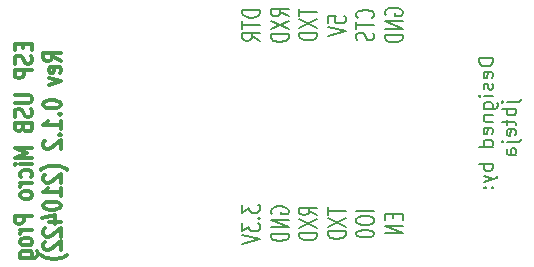
<source format=gbo>
%TF.GenerationSoftware,KiCad,Pcbnew,(6.0.0)*%
%TF.CreationDate,2022-05-09T00:40:02+05:30*%
%TF.ProjectId,usb-micro-programmer,7573622d-6d69-4637-926f-2d70726f6772,rev?*%
%TF.SameCoordinates,Original*%
%TF.FileFunction,Legend,Bot*%
%TF.FilePolarity,Positive*%
%FSLAX46Y46*%
G04 Gerber Fmt 4.6, Leading zero omitted, Abs format (unit mm)*
G04 Created by KiCad (PCBNEW (6.0.0)) date 2022-05-09 00:40:02*
%MOMM*%
%LPD*%
G01*
G04 APERTURE LIST*
%ADD10C,0.200000*%
%ADD11C,0.300000*%
G04 APERTURE END LIST*
D10*
X137110857Y-99107142D02*
X135910857Y-99107142D01*
X135910857Y-99392857D01*
X135968000Y-99564285D01*
X136082285Y-99678571D01*
X136196571Y-99735714D01*
X136425142Y-99792857D01*
X136596571Y-99792857D01*
X136825142Y-99735714D01*
X136939428Y-99678571D01*
X137053714Y-99564285D01*
X137110857Y-99392857D01*
X137110857Y-99107142D01*
X137053714Y-100764285D02*
X137110857Y-100650000D01*
X137110857Y-100421428D01*
X137053714Y-100307142D01*
X136939428Y-100250000D01*
X136482285Y-100250000D01*
X136368000Y-100307142D01*
X136310857Y-100421428D01*
X136310857Y-100650000D01*
X136368000Y-100764285D01*
X136482285Y-100821428D01*
X136596571Y-100821428D01*
X136710857Y-100250000D01*
X137053714Y-101278571D02*
X137110857Y-101392857D01*
X137110857Y-101621428D01*
X137053714Y-101735714D01*
X136939428Y-101792857D01*
X136882285Y-101792857D01*
X136768000Y-101735714D01*
X136710857Y-101621428D01*
X136710857Y-101450000D01*
X136653714Y-101335714D01*
X136539428Y-101278571D01*
X136482285Y-101278571D01*
X136368000Y-101335714D01*
X136310857Y-101450000D01*
X136310857Y-101621428D01*
X136368000Y-101735714D01*
X137110857Y-102307142D02*
X136310857Y-102307142D01*
X135910857Y-102307142D02*
X135968000Y-102250000D01*
X136025142Y-102307142D01*
X135968000Y-102364285D01*
X135910857Y-102307142D01*
X136025142Y-102307142D01*
X136310857Y-103392857D02*
X137282285Y-103392857D01*
X137396571Y-103335714D01*
X137453714Y-103278571D01*
X137510857Y-103164285D01*
X137510857Y-102992857D01*
X137453714Y-102878571D01*
X137053714Y-103392857D02*
X137110857Y-103278571D01*
X137110857Y-103050000D01*
X137053714Y-102935714D01*
X136996571Y-102878571D01*
X136882285Y-102821428D01*
X136539428Y-102821428D01*
X136425142Y-102878571D01*
X136368000Y-102935714D01*
X136310857Y-103050000D01*
X136310857Y-103278571D01*
X136368000Y-103392857D01*
X136310857Y-103964285D02*
X137110857Y-103964285D01*
X136425142Y-103964285D02*
X136368000Y-104021428D01*
X136310857Y-104135714D01*
X136310857Y-104307142D01*
X136368000Y-104421428D01*
X136482285Y-104478571D01*
X137110857Y-104478571D01*
X137053714Y-105507142D02*
X137110857Y-105392857D01*
X137110857Y-105164285D01*
X137053714Y-105050000D01*
X136939428Y-104992857D01*
X136482285Y-104992857D01*
X136368000Y-105050000D01*
X136310857Y-105164285D01*
X136310857Y-105392857D01*
X136368000Y-105507142D01*
X136482285Y-105564285D01*
X136596571Y-105564285D01*
X136710857Y-104992857D01*
X137110857Y-106592857D02*
X135910857Y-106592857D01*
X137053714Y-106592857D02*
X137110857Y-106478571D01*
X137110857Y-106250000D01*
X137053714Y-106135714D01*
X136996571Y-106078571D01*
X136882285Y-106021428D01*
X136539428Y-106021428D01*
X136425142Y-106078571D01*
X136368000Y-106135714D01*
X136310857Y-106250000D01*
X136310857Y-106478571D01*
X136368000Y-106592857D01*
X137110857Y-108078571D02*
X135910857Y-108078571D01*
X136368000Y-108078571D02*
X136310857Y-108192857D01*
X136310857Y-108421428D01*
X136368000Y-108535714D01*
X136425142Y-108592857D01*
X136539428Y-108650000D01*
X136882285Y-108650000D01*
X136996571Y-108592857D01*
X137053714Y-108535714D01*
X137110857Y-108421428D01*
X137110857Y-108192857D01*
X137053714Y-108078571D01*
X136310857Y-109050000D02*
X137110857Y-109335714D01*
X136310857Y-109621428D02*
X137110857Y-109335714D01*
X137396571Y-109221428D01*
X137453714Y-109164285D01*
X137510857Y-109050000D01*
X136996571Y-110078571D02*
X137053714Y-110135714D01*
X137110857Y-110078571D01*
X137053714Y-110021428D01*
X136996571Y-110078571D01*
X137110857Y-110078571D01*
X136368000Y-110078571D02*
X136425142Y-110135714D01*
X136482285Y-110078571D01*
X136425142Y-110021428D01*
X136368000Y-110078571D01*
X136482285Y-110078571D01*
X138242857Y-102821428D02*
X139271428Y-102821428D01*
X139385714Y-102764285D01*
X139442857Y-102650000D01*
X139442857Y-102592857D01*
X137842857Y-102821428D02*
X137900000Y-102764285D01*
X137957142Y-102821428D01*
X137900000Y-102878571D01*
X137842857Y-102821428D01*
X137957142Y-102821428D01*
X139042857Y-103392857D02*
X137842857Y-103392857D01*
X138300000Y-103392857D02*
X138242857Y-103507142D01*
X138242857Y-103735714D01*
X138300000Y-103850000D01*
X138357142Y-103907142D01*
X138471428Y-103964285D01*
X138814285Y-103964285D01*
X138928571Y-103907142D01*
X138985714Y-103850000D01*
X139042857Y-103735714D01*
X139042857Y-103507142D01*
X138985714Y-103392857D01*
X138242857Y-104307142D02*
X138242857Y-104764285D01*
X137842857Y-104478571D02*
X138871428Y-104478571D01*
X138985714Y-104535714D01*
X139042857Y-104650000D01*
X139042857Y-104764285D01*
X138985714Y-105621428D02*
X139042857Y-105507142D01*
X139042857Y-105278571D01*
X138985714Y-105164285D01*
X138871428Y-105107142D01*
X138414285Y-105107142D01*
X138300000Y-105164285D01*
X138242857Y-105278571D01*
X138242857Y-105507142D01*
X138300000Y-105621428D01*
X138414285Y-105678571D01*
X138528571Y-105678571D01*
X138642857Y-105107142D01*
X138242857Y-106192857D02*
X139271428Y-106192857D01*
X139385714Y-106135714D01*
X139442857Y-106021428D01*
X139442857Y-105964285D01*
X137842857Y-106192857D02*
X137900000Y-106135714D01*
X137957142Y-106192857D01*
X137900000Y-106250000D01*
X137842857Y-106192857D01*
X137957142Y-106192857D01*
X139042857Y-107278571D02*
X138414285Y-107278571D01*
X138300000Y-107221428D01*
X138242857Y-107107142D01*
X138242857Y-106878571D01*
X138300000Y-106764285D01*
X138985714Y-107278571D02*
X139042857Y-107164285D01*
X139042857Y-106878571D01*
X138985714Y-106764285D01*
X138871428Y-106707142D01*
X138757142Y-106707142D01*
X138642857Y-106764285D01*
X138585714Y-106878571D01*
X138585714Y-107164285D01*
X138528571Y-107278571D01*
X115873871Y-111507790D02*
X115873871Y-112188742D01*
X116445300Y-111822076D01*
X116445300Y-111979219D01*
X116516728Y-112083980D01*
X116588157Y-112136361D01*
X116731014Y-112188742D01*
X117088157Y-112188742D01*
X117231014Y-112136361D01*
X117302442Y-112083980D01*
X117373871Y-111979219D01*
X117373871Y-111664933D01*
X117302442Y-111560171D01*
X117231014Y-111507790D01*
X117231014Y-112660171D02*
X117302442Y-112712552D01*
X117373871Y-112660171D01*
X117302442Y-112607790D01*
X117231014Y-112660171D01*
X117373871Y-112660171D01*
X115873871Y-113079219D02*
X115873871Y-113760171D01*
X116445300Y-113393504D01*
X116445300Y-113550647D01*
X116516728Y-113655409D01*
X116588157Y-113707790D01*
X116731014Y-113760171D01*
X117088157Y-113760171D01*
X117231014Y-113707790D01*
X117302442Y-113655409D01*
X117373871Y-113550647D01*
X117373871Y-113236361D01*
X117302442Y-113131600D01*
X117231014Y-113079219D01*
X115873871Y-114074457D02*
X117373871Y-114441123D01*
X115873871Y-114807790D01*
X118360300Y-112293504D02*
X118288871Y-112188742D01*
X118288871Y-112031600D01*
X118360300Y-111874457D01*
X118503157Y-111769695D01*
X118646014Y-111717314D01*
X118931728Y-111664933D01*
X119146014Y-111664933D01*
X119431728Y-111717314D01*
X119574585Y-111769695D01*
X119717442Y-111874457D01*
X119788871Y-112031600D01*
X119788871Y-112136361D01*
X119717442Y-112293504D01*
X119646014Y-112345885D01*
X119146014Y-112345885D01*
X119146014Y-112136361D01*
X119788871Y-112817314D02*
X118288871Y-112817314D01*
X119788871Y-113445885D01*
X118288871Y-113445885D01*
X119788871Y-113969695D02*
X118288871Y-113969695D01*
X118288871Y-114231600D01*
X118360300Y-114388742D01*
X118503157Y-114493504D01*
X118646014Y-114545885D01*
X118931728Y-114598266D01*
X119146014Y-114598266D01*
X119431728Y-114545885D01*
X119574585Y-114493504D01*
X119717442Y-114388742D01*
X119788871Y-114231600D01*
X119788871Y-113969695D01*
X122203871Y-112398266D02*
X121489585Y-112031600D01*
X122203871Y-111769695D02*
X120703871Y-111769695D01*
X120703871Y-112188742D01*
X120775300Y-112293504D01*
X120846728Y-112345885D01*
X120989585Y-112398266D01*
X121203871Y-112398266D01*
X121346728Y-112345885D01*
X121418157Y-112293504D01*
X121489585Y-112188742D01*
X121489585Y-111769695D01*
X120703871Y-112764933D02*
X122203871Y-113498266D01*
X120703871Y-113498266D02*
X122203871Y-112764933D01*
X122203871Y-113917314D02*
X120703871Y-113917314D01*
X120703871Y-114179219D01*
X120775300Y-114336361D01*
X120918157Y-114441123D01*
X121061014Y-114493504D01*
X121346728Y-114545885D01*
X121561014Y-114545885D01*
X121846728Y-114493504D01*
X121989585Y-114441123D01*
X122132442Y-114336361D01*
X122203871Y-114179219D01*
X122203871Y-113917314D01*
X123118871Y-111743504D02*
X123118871Y-112372076D01*
X124618871Y-112057790D02*
X123118871Y-112057790D01*
X123118871Y-112633980D02*
X124618871Y-113367314D01*
X123118871Y-113367314D02*
X124618871Y-112633980D01*
X124618871Y-113786361D02*
X123118871Y-113786361D01*
X123118871Y-114048266D01*
X123190300Y-114205409D01*
X123333157Y-114310171D01*
X123476014Y-114362552D01*
X123761728Y-114414933D01*
X123976014Y-114414933D01*
X124261728Y-114362552D01*
X124404585Y-114310171D01*
X124547442Y-114205409D01*
X124618871Y-114048266D01*
X124618871Y-113786361D01*
X127033871Y-112031600D02*
X125533871Y-112031600D01*
X125533871Y-112764933D02*
X125533871Y-112974457D01*
X125605300Y-113079219D01*
X125748157Y-113183980D01*
X126033871Y-113236361D01*
X126533871Y-113236361D01*
X126819585Y-113183980D01*
X126962442Y-113079219D01*
X127033871Y-112974457D01*
X127033871Y-112764933D01*
X126962442Y-112660171D01*
X126819585Y-112555409D01*
X126533871Y-112503028D01*
X126033871Y-112503028D01*
X125748157Y-112555409D01*
X125605300Y-112660171D01*
X125533871Y-112764933D01*
X125533871Y-113917314D02*
X125533871Y-114022076D01*
X125605300Y-114126838D01*
X125676728Y-114179219D01*
X125819585Y-114231600D01*
X126105300Y-114283980D01*
X126462442Y-114283980D01*
X126748157Y-114231600D01*
X126891014Y-114179219D01*
X126962442Y-114126838D01*
X127033871Y-114022076D01*
X127033871Y-113917314D01*
X126962442Y-113812552D01*
X126891014Y-113760171D01*
X126748157Y-113707790D01*
X126462442Y-113655409D01*
X126105300Y-113655409D01*
X125819585Y-113707790D01*
X125676728Y-113760171D01*
X125605300Y-113812552D01*
X125533871Y-113917314D01*
X128663157Y-112319695D02*
X128663157Y-112686361D01*
X129448871Y-112843504D02*
X129448871Y-112319695D01*
X127948871Y-112319695D01*
X127948871Y-112843504D01*
X129448871Y-113314933D02*
X127948871Y-113314933D01*
X129448871Y-113943504D01*
X127948871Y-113943504D01*
X117373871Y-95059657D02*
X115873871Y-95059657D01*
X115873871Y-95321561D01*
X115945300Y-95478704D01*
X116088157Y-95583466D01*
X116231014Y-95635847D01*
X116516728Y-95688228D01*
X116731014Y-95688228D01*
X117016728Y-95635847D01*
X117159585Y-95583466D01*
X117302442Y-95478704D01*
X117373871Y-95321561D01*
X117373871Y-95059657D01*
X115873871Y-96002514D02*
X115873871Y-96631085D01*
X117373871Y-96316800D02*
X115873871Y-96316800D01*
X117373871Y-97626323D02*
X116659585Y-97259657D01*
X117373871Y-96997752D02*
X115873871Y-96997752D01*
X115873871Y-97416800D01*
X115945300Y-97521561D01*
X116016728Y-97573942D01*
X116159585Y-97626323D01*
X116373871Y-97626323D01*
X116516728Y-97573942D01*
X116588157Y-97521561D01*
X116659585Y-97416800D01*
X116659585Y-96997752D01*
X119788871Y-95583466D02*
X119074585Y-95216800D01*
X119788871Y-94954895D02*
X118288871Y-94954895D01*
X118288871Y-95373942D01*
X118360300Y-95478704D01*
X118431728Y-95531085D01*
X118574585Y-95583466D01*
X118788871Y-95583466D01*
X118931728Y-95531085D01*
X119003157Y-95478704D01*
X119074585Y-95373942D01*
X119074585Y-94954895D01*
X118288871Y-95950133D02*
X119788871Y-96683466D01*
X118288871Y-96683466D02*
X119788871Y-95950133D01*
X119788871Y-97102514D02*
X118288871Y-97102514D01*
X118288871Y-97364419D01*
X118360300Y-97521561D01*
X118503157Y-97626323D01*
X118646014Y-97678704D01*
X118931728Y-97731085D01*
X119146014Y-97731085D01*
X119431728Y-97678704D01*
X119574585Y-97626323D01*
X119717442Y-97521561D01*
X119788871Y-97364419D01*
X119788871Y-97102514D01*
X120703871Y-94928704D02*
X120703871Y-95557276D01*
X122203871Y-95242990D02*
X120703871Y-95242990D01*
X120703871Y-95819180D02*
X122203871Y-96552514D01*
X120703871Y-96552514D02*
X122203871Y-95819180D01*
X122203871Y-96971561D02*
X120703871Y-96971561D01*
X120703871Y-97233466D01*
X120775300Y-97390609D01*
X120918157Y-97495371D01*
X121061014Y-97547752D01*
X121346728Y-97600133D01*
X121561014Y-97600133D01*
X121846728Y-97547752D01*
X121989585Y-97495371D01*
X122132442Y-97390609D01*
X122203871Y-97233466D01*
X122203871Y-96971561D01*
X123118871Y-96107276D02*
X123118871Y-95583466D01*
X123833157Y-95531085D01*
X123761728Y-95583466D01*
X123690300Y-95688228D01*
X123690300Y-95950133D01*
X123761728Y-96054895D01*
X123833157Y-96107276D01*
X123976014Y-96159657D01*
X124333157Y-96159657D01*
X124476014Y-96107276D01*
X124547442Y-96054895D01*
X124618871Y-95950133D01*
X124618871Y-95688228D01*
X124547442Y-95583466D01*
X124476014Y-95531085D01*
X123118871Y-96473942D02*
X124618871Y-96840609D01*
X123118871Y-97207276D01*
X126891014Y-95714419D02*
X126962442Y-95662038D01*
X127033871Y-95504895D01*
X127033871Y-95400133D01*
X126962442Y-95242990D01*
X126819585Y-95138228D01*
X126676728Y-95085847D01*
X126391014Y-95033466D01*
X126176728Y-95033466D01*
X125891014Y-95085847D01*
X125748157Y-95138228D01*
X125605300Y-95242990D01*
X125533871Y-95400133D01*
X125533871Y-95504895D01*
X125605300Y-95662038D01*
X125676728Y-95714419D01*
X125533871Y-96028704D02*
X125533871Y-96657276D01*
X127033871Y-96342990D02*
X125533871Y-96342990D01*
X126962442Y-96971561D02*
X127033871Y-97128704D01*
X127033871Y-97390609D01*
X126962442Y-97495371D01*
X126891014Y-97547752D01*
X126748157Y-97600133D01*
X126605300Y-97600133D01*
X126462442Y-97547752D01*
X126391014Y-97495371D01*
X126319585Y-97390609D01*
X126248157Y-97181085D01*
X126176728Y-97076323D01*
X126105300Y-97023942D01*
X125962442Y-96971561D01*
X125819585Y-96971561D01*
X125676728Y-97023942D01*
X125605300Y-97076323D01*
X125533871Y-97181085D01*
X125533871Y-97442990D01*
X125605300Y-97600133D01*
X128020300Y-95478704D02*
X127948871Y-95373942D01*
X127948871Y-95216800D01*
X128020300Y-95059657D01*
X128163157Y-94954895D01*
X128306014Y-94902514D01*
X128591728Y-94850133D01*
X128806014Y-94850133D01*
X129091728Y-94902514D01*
X129234585Y-94954895D01*
X129377442Y-95059657D01*
X129448871Y-95216800D01*
X129448871Y-95321561D01*
X129377442Y-95478704D01*
X129306014Y-95531085D01*
X128806014Y-95531085D01*
X128806014Y-95321561D01*
X129448871Y-96002514D02*
X127948871Y-96002514D01*
X129448871Y-96631085D01*
X127948871Y-96631085D01*
X129448871Y-97154895D02*
X127948871Y-97154895D01*
X127948871Y-97416800D01*
X128020300Y-97573942D01*
X128163157Y-97678704D01*
X128306014Y-97731085D01*
X128591728Y-97783466D01*
X128806014Y-97783466D01*
X129091728Y-97731085D01*
X129234585Y-97678704D01*
X129377442Y-97573942D01*
X129448871Y-97416800D01*
X129448871Y-97154895D01*
D11*
X97299857Y-97876914D02*
X97299857Y-98276914D01*
X98085571Y-98448342D02*
X98085571Y-97876914D01*
X96585571Y-97876914D01*
X96585571Y-98448342D01*
X98014142Y-98905485D02*
X98085571Y-99076914D01*
X98085571Y-99362628D01*
X98014142Y-99476914D01*
X97942714Y-99534057D01*
X97799857Y-99591200D01*
X97657000Y-99591200D01*
X97514142Y-99534057D01*
X97442714Y-99476914D01*
X97371285Y-99362628D01*
X97299857Y-99134057D01*
X97228428Y-99019771D01*
X97157000Y-98962628D01*
X97014142Y-98905485D01*
X96871285Y-98905485D01*
X96728428Y-98962628D01*
X96657000Y-99019771D01*
X96585571Y-99134057D01*
X96585571Y-99419771D01*
X96657000Y-99591200D01*
X98085571Y-100105485D02*
X96585571Y-100105485D01*
X96585571Y-100562628D01*
X96657000Y-100676914D01*
X96728428Y-100734057D01*
X96871285Y-100791200D01*
X97085571Y-100791200D01*
X97228428Y-100734057D01*
X97299857Y-100676914D01*
X97371285Y-100562628D01*
X97371285Y-100105485D01*
X96585571Y-102219771D02*
X97799857Y-102219771D01*
X97942714Y-102276914D01*
X98014142Y-102334057D01*
X98085571Y-102448342D01*
X98085571Y-102676914D01*
X98014142Y-102791200D01*
X97942714Y-102848342D01*
X97799857Y-102905485D01*
X96585571Y-102905485D01*
X98014142Y-103419771D02*
X98085571Y-103591200D01*
X98085571Y-103876914D01*
X98014142Y-103991200D01*
X97942714Y-104048342D01*
X97799857Y-104105485D01*
X97657000Y-104105485D01*
X97514142Y-104048342D01*
X97442714Y-103991200D01*
X97371285Y-103876914D01*
X97299857Y-103648342D01*
X97228428Y-103534057D01*
X97157000Y-103476914D01*
X97014142Y-103419771D01*
X96871285Y-103419771D01*
X96728428Y-103476914D01*
X96657000Y-103534057D01*
X96585571Y-103648342D01*
X96585571Y-103934057D01*
X96657000Y-104105485D01*
X97299857Y-105019771D02*
X97371285Y-105191200D01*
X97442714Y-105248342D01*
X97585571Y-105305485D01*
X97799857Y-105305485D01*
X97942714Y-105248342D01*
X98014142Y-105191200D01*
X98085571Y-105076914D01*
X98085571Y-104619771D01*
X96585571Y-104619771D01*
X96585571Y-105019771D01*
X96657000Y-105134057D01*
X96728428Y-105191200D01*
X96871285Y-105248342D01*
X97014142Y-105248342D01*
X97157000Y-105191200D01*
X97228428Y-105134057D01*
X97299857Y-105019771D01*
X97299857Y-104619771D01*
X98085571Y-106734057D02*
X96585571Y-106734057D01*
X97657000Y-107134057D01*
X96585571Y-107534057D01*
X98085571Y-107534057D01*
X98085571Y-108105485D02*
X97085571Y-108105485D01*
X96585571Y-108105485D02*
X96657000Y-108048342D01*
X96728428Y-108105485D01*
X96657000Y-108162628D01*
X96585571Y-108105485D01*
X96728428Y-108105485D01*
X98014142Y-109191200D02*
X98085571Y-109076914D01*
X98085571Y-108848342D01*
X98014142Y-108734057D01*
X97942714Y-108676914D01*
X97799857Y-108619771D01*
X97371285Y-108619771D01*
X97228428Y-108676914D01*
X97157000Y-108734057D01*
X97085571Y-108848342D01*
X97085571Y-109076914D01*
X97157000Y-109191200D01*
X98085571Y-109705485D02*
X97085571Y-109705485D01*
X97371285Y-109705485D02*
X97228428Y-109762628D01*
X97157000Y-109819771D01*
X97085571Y-109934057D01*
X97085571Y-110048342D01*
X98085571Y-110619771D02*
X98014142Y-110505485D01*
X97942714Y-110448342D01*
X97799857Y-110391200D01*
X97371285Y-110391200D01*
X97228428Y-110448342D01*
X97157000Y-110505485D01*
X97085571Y-110619771D01*
X97085571Y-110791200D01*
X97157000Y-110905485D01*
X97228428Y-110962628D01*
X97371285Y-111019771D01*
X97799857Y-111019771D01*
X97942714Y-110962628D01*
X98014142Y-110905485D01*
X98085571Y-110791200D01*
X98085571Y-110619771D01*
X98085571Y-112448342D02*
X96585571Y-112448342D01*
X96585571Y-112905485D01*
X96657000Y-113019771D01*
X96728428Y-113076914D01*
X96871285Y-113134057D01*
X97085571Y-113134057D01*
X97228428Y-113076914D01*
X97299857Y-113019771D01*
X97371285Y-112905485D01*
X97371285Y-112448342D01*
X98085571Y-113648342D02*
X97085571Y-113648342D01*
X97371285Y-113648342D02*
X97228428Y-113705485D01*
X97157000Y-113762628D01*
X97085571Y-113876914D01*
X97085571Y-113991200D01*
X98085571Y-114562628D02*
X98014142Y-114448342D01*
X97942714Y-114391200D01*
X97799857Y-114334057D01*
X97371285Y-114334057D01*
X97228428Y-114391200D01*
X97157000Y-114448342D01*
X97085571Y-114562628D01*
X97085571Y-114734057D01*
X97157000Y-114848342D01*
X97228428Y-114905485D01*
X97371285Y-114962628D01*
X97799857Y-114962628D01*
X97942714Y-114905485D01*
X98014142Y-114848342D01*
X98085571Y-114734057D01*
X98085571Y-114562628D01*
X97085571Y-115991200D02*
X98299857Y-115991200D01*
X98442714Y-115934057D01*
X98514142Y-115876914D01*
X98585571Y-115762628D01*
X98585571Y-115591200D01*
X98514142Y-115476914D01*
X98014142Y-115991200D02*
X98085571Y-115876914D01*
X98085571Y-115648342D01*
X98014142Y-115534057D01*
X97942714Y-115476914D01*
X97799857Y-115419771D01*
X97371285Y-115419771D01*
X97228428Y-115476914D01*
X97157000Y-115534057D01*
X97085571Y-115648342D01*
X97085571Y-115876914D01*
X97157000Y-115991200D01*
X100500571Y-99362628D02*
X99786285Y-98962628D01*
X100500571Y-98676914D02*
X99000571Y-98676914D01*
X99000571Y-99134057D01*
X99072000Y-99248342D01*
X99143428Y-99305485D01*
X99286285Y-99362628D01*
X99500571Y-99362628D01*
X99643428Y-99305485D01*
X99714857Y-99248342D01*
X99786285Y-99134057D01*
X99786285Y-98676914D01*
X100429142Y-100334057D02*
X100500571Y-100219771D01*
X100500571Y-99991200D01*
X100429142Y-99876914D01*
X100286285Y-99819771D01*
X99714857Y-99819771D01*
X99572000Y-99876914D01*
X99500571Y-99991200D01*
X99500571Y-100219771D01*
X99572000Y-100334057D01*
X99714857Y-100391200D01*
X99857714Y-100391200D01*
X100000571Y-99819771D01*
X99500571Y-100791200D02*
X100500571Y-101076914D01*
X99500571Y-101362628D01*
X99000571Y-102962628D02*
X99000571Y-103076914D01*
X99072000Y-103191200D01*
X99143428Y-103248342D01*
X99286285Y-103305485D01*
X99572000Y-103362628D01*
X99929142Y-103362628D01*
X100214857Y-103305485D01*
X100357714Y-103248342D01*
X100429142Y-103191200D01*
X100500571Y-103076914D01*
X100500571Y-102962628D01*
X100429142Y-102848342D01*
X100357714Y-102791200D01*
X100214857Y-102734057D01*
X99929142Y-102676914D01*
X99572000Y-102676914D01*
X99286285Y-102734057D01*
X99143428Y-102791200D01*
X99072000Y-102848342D01*
X99000571Y-102962628D01*
X100357714Y-103876914D02*
X100429142Y-103934057D01*
X100500571Y-103876914D01*
X100429142Y-103819771D01*
X100357714Y-103876914D01*
X100500571Y-103876914D01*
X100500571Y-105076914D02*
X100500571Y-104391200D01*
X100500571Y-104734057D02*
X99000571Y-104734057D01*
X99214857Y-104619771D01*
X99357714Y-104505485D01*
X99429142Y-104391200D01*
X100357714Y-105591200D02*
X100429142Y-105648342D01*
X100500571Y-105591200D01*
X100429142Y-105534057D01*
X100357714Y-105591200D01*
X100500571Y-105591200D01*
X99143428Y-106105485D02*
X99072000Y-106162628D01*
X99000571Y-106276914D01*
X99000571Y-106562628D01*
X99072000Y-106676914D01*
X99143428Y-106734057D01*
X99286285Y-106791200D01*
X99429142Y-106791200D01*
X99643428Y-106734057D01*
X100500571Y-106048342D01*
X100500571Y-106791200D01*
X101072000Y-108562628D02*
X101000571Y-108505485D01*
X100786285Y-108391200D01*
X100643428Y-108334057D01*
X100429142Y-108276914D01*
X100072000Y-108219771D01*
X99786285Y-108219771D01*
X99429142Y-108276914D01*
X99214857Y-108334057D01*
X99072000Y-108391200D01*
X98857714Y-108505485D01*
X98786285Y-108562628D01*
X99143428Y-108962628D02*
X99072000Y-109019771D01*
X99000571Y-109134057D01*
X99000571Y-109419771D01*
X99072000Y-109534057D01*
X99143428Y-109591200D01*
X99286285Y-109648342D01*
X99429142Y-109648342D01*
X99643428Y-109591200D01*
X100500571Y-108905485D01*
X100500571Y-109648342D01*
X100500571Y-110791200D02*
X100500571Y-110105485D01*
X100500571Y-110448342D02*
X99000571Y-110448342D01*
X99214857Y-110334057D01*
X99357714Y-110219771D01*
X99429142Y-110105485D01*
X99000571Y-111534057D02*
X99000571Y-111648342D01*
X99072000Y-111762628D01*
X99143428Y-111819771D01*
X99286285Y-111876914D01*
X99572000Y-111934057D01*
X99929142Y-111934057D01*
X100214857Y-111876914D01*
X100357714Y-111819771D01*
X100429142Y-111762628D01*
X100500571Y-111648342D01*
X100500571Y-111534057D01*
X100429142Y-111419771D01*
X100357714Y-111362628D01*
X100214857Y-111305485D01*
X99929142Y-111248342D01*
X99572000Y-111248342D01*
X99286285Y-111305485D01*
X99143428Y-111362628D01*
X99072000Y-111419771D01*
X99000571Y-111534057D01*
X99500571Y-112962628D02*
X100500571Y-112962628D01*
X98929142Y-112676914D02*
X100000571Y-112391200D01*
X100000571Y-113134057D01*
X99143428Y-113534057D02*
X99072000Y-113591200D01*
X99000571Y-113705485D01*
X99000571Y-113991200D01*
X99072000Y-114105485D01*
X99143428Y-114162628D01*
X99286285Y-114219771D01*
X99429142Y-114219771D01*
X99643428Y-114162628D01*
X100500571Y-113476914D01*
X100500571Y-114219771D01*
X99143428Y-114676914D02*
X99072000Y-114734057D01*
X99000571Y-114848342D01*
X99000571Y-115134057D01*
X99072000Y-115248342D01*
X99143428Y-115305485D01*
X99286285Y-115362628D01*
X99429142Y-115362628D01*
X99643428Y-115305485D01*
X100500571Y-114619771D01*
X100500571Y-115362628D01*
X101072000Y-115762628D02*
X101000571Y-115819771D01*
X100786285Y-115934057D01*
X100643428Y-115991200D01*
X100429142Y-116048342D01*
X100072000Y-116105485D01*
X99786285Y-116105485D01*
X99429142Y-116048342D01*
X99214857Y-115991200D01*
X99072000Y-115934057D01*
X98857714Y-115819771D01*
X98786285Y-115762628D01*
M02*

</source>
